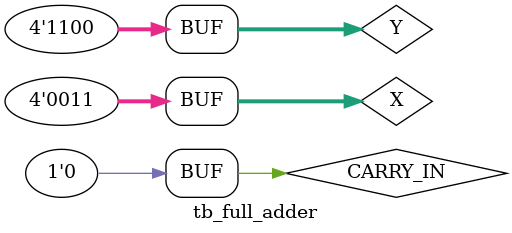
<source format=v>
`timescale 10ns/1ps
module tb_full_adder;

reg [3:0] X;
reg [3:0] Y;
reg       CARRY_IN;
wire [3:0] SUM;
wire      CARRY_OUT;

fulladd4 myfa_2_3 (SUM, CARRY_OUT, X, Y, CARRY_IN);

initial begin

X=4'b0000; Y=4'b0000; CARRY_IN = 1'b0;  // carry_in ??? ??
# 1 X=4'b0100; Y=4'b1000;
# 1 X=4'b0011; Y=4'b0111;
# 1 X=4'b1100; Y=4'b0101;
# 1 X=4'b0011; Y=4'b1100;

# 10;
end

endmodule

</source>
